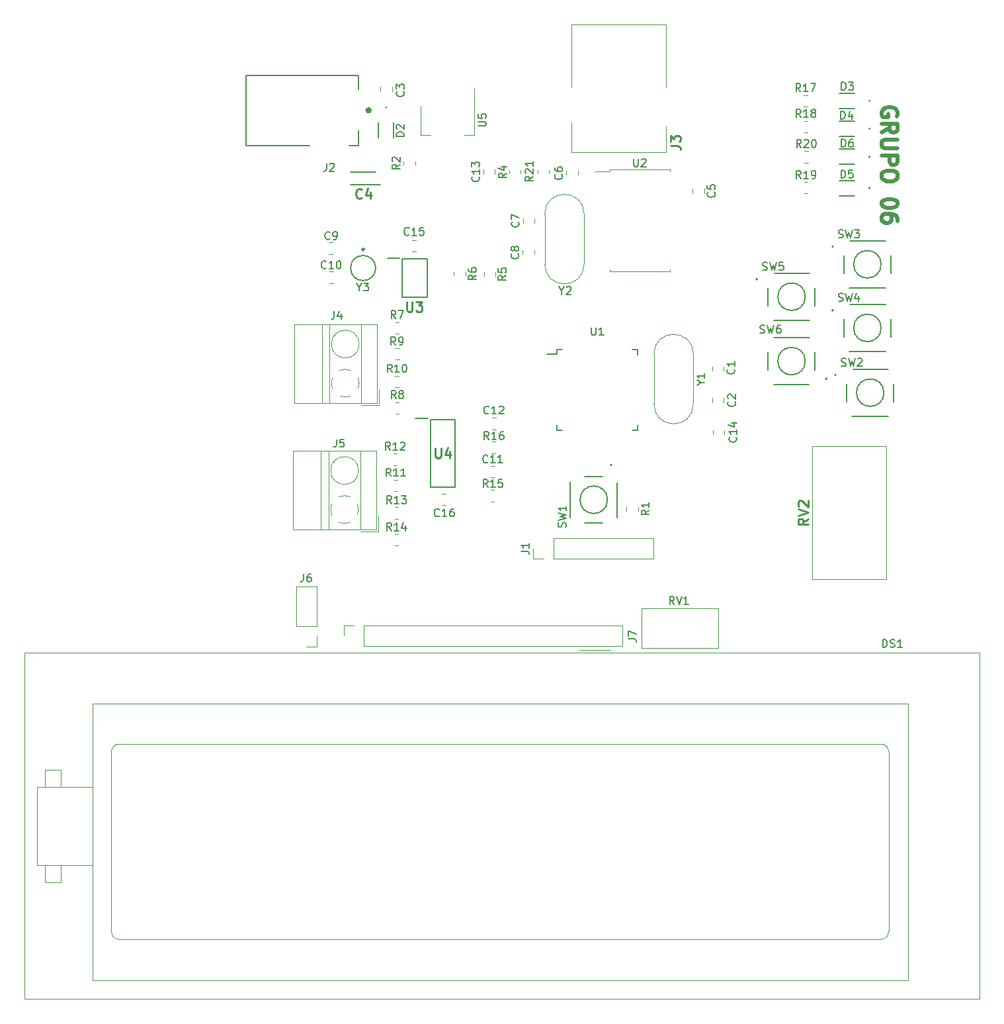
<source format=gbr>
%TF.GenerationSoftware,KiCad,Pcbnew,(5.1.10)-1*%
%TF.CreationDate,2021-07-26T21:59:56-03:00*%
%TF.ProjectId,PBLE01,50424c45-3031-42e6-9b69-6361645f7063,rev?*%
%TF.SameCoordinates,Original*%
%TF.FileFunction,Legend,Top*%
%TF.FilePolarity,Positive*%
%FSLAX46Y46*%
G04 Gerber Fmt 4.6, Leading zero omitted, Abs format (unit mm)*
G04 Created by KiCad (PCBNEW (5.1.10)-1) date 2021-07-26 21:59:56*
%MOMM*%
%LPD*%
G01*
G04 APERTURE LIST*
%ADD10C,0.500000*%
%ADD11C,0.120000*%
%ADD12C,0.127000*%
%ADD13C,0.254000*%
%ADD14C,0.100000*%
%ADD15C,0.200000*%
%ADD16C,0.400000*%
%ADD17C,0.152400*%
%ADD18C,0.150000*%
G04 APERTURE END LIST*
D10*
X183880000Y-53083604D02*
X183975238Y-52893128D01*
X183975238Y-52607414D01*
X183880000Y-52321700D01*
X183689523Y-52131223D01*
X183499047Y-52035985D01*
X183118095Y-51940747D01*
X182832380Y-51940747D01*
X182451428Y-52035985D01*
X182260952Y-52131223D01*
X182070476Y-52321700D01*
X181975238Y-52607414D01*
X181975238Y-52797890D01*
X182070476Y-53083604D01*
X182165714Y-53178842D01*
X182832380Y-53178842D01*
X182832380Y-52797890D01*
X181975238Y-55178842D02*
X182927619Y-54512176D01*
X181975238Y-54035985D02*
X183975238Y-54035985D01*
X183975238Y-54797890D01*
X183880000Y-54988366D01*
X183784761Y-55083604D01*
X183594285Y-55178842D01*
X183308571Y-55178842D01*
X183118095Y-55083604D01*
X183022857Y-54988366D01*
X182927619Y-54797890D01*
X182927619Y-54035985D01*
X183975238Y-56035985D02*
X182356190Y-56035985D01*
X182165714Y-56131223D01*
X182070476Y-56226461D01*
X181975238Y-56416938D01*
X181975238Y-56797890D01*
X182070476Y-56988366D01*
X182165714Y-57083604D01*
X182356190Y-57178842D01*
X183975238Y-57178842D01*
X181975238Y-58131223D02*
X183975238Y-58131223D01*
X183975238Y-58893128D01*
X183880000Y-59083604D01*
X183784761Y-59178842D01*
X183594285Y-59274080D01*
X183308571Y-59274080D01*
X183118095Y-59178842D01*
X183022857Y-59083604D01*
X182927619Y-58893128D01*
X182927619Y-58131223D01*
X183975238Y-60512176D02*
X183975238Y-60893128D01*
X183880000Y-61083604D01*
X183689523Y-61274080D01*
X183308571Y-61369319D01*
X182641904Y-61369319D01*
X182260952Y-61274080D01*
X182070476Y-61083604D01*
X181975238Y-60893128D01*
X181975238Y-60512176D01*
X182070476Y-60321700D01*
X182260952Y-60131223D01*
X182641904Y-60035985D01*
X183308571Y-60035985D01*
X183689523Y-60131223D01*
X183880000Y-60321700D01*
X183975238Y-60512176D01*
X183975238Y-64131223D02*
X183975238Y-64321700D01*
X183880000Y-64512176D01*
X183784761Y-64607414D01*
X183594285Y-64702652D01*
X183213333Y-64797890D01*
X182737142Y-64797890D01*
X182356190Y-64702652D01*
X182165714Y-64607414D01*
X182070476Y-64512176D01*
X181975238Y-64321700D01*
X181975238Y-64131223D01*
X182070476Y-63940747D01*
X182165714Y-63845509D01*
X182356190Y-63750271D01*
X182737142Y-63655033D01*
X183213333Y-63655033D01*
X183594285Y-63750271D01*
X183784761Y-63845509D01*
X183880000Y-63940747D01*
X183975238Y-64131223D01*
X183975238Y-66512176D02*
X183975238Y-66131223D01*
X183880000Y-65940747D01*
X183784761Y-65845509D01*
X183499047Y-65655033D01*
X183118095Y-65559795D01*
X182356190Y-65559795D01*
X182165714Y-65655033D01*
X182070476Y-65750271D01*
X181975238Y-65940747D01*
X181975238Y-66321700D01*
X182070476Y-66512176D01*
X182165714Y-66607414D01*
X182356190Y-66702652D01*
X182832380Y-66702652D01*
X183022857Y-66607414D01*
X183118095Y-66512176D01*
X183213333Y-66321700D01*
X183213333Y-65940747D01*
X183118095Y-65750271D01*
X183022857Y-65655033D01*
X182832380Y-65559795D01*
D11*
%TO.C,DS1*%
X194492440Y-166011100D02*
X72212440Y-166011100D01*
X194492440Y-121731100D02*
X194492440Y-166011100D01*
X72212440Y-121731100D02*
X72212440Y-166011100D01*
X72212440Y-121731100D02*
X194492440Y-121731100D01*
X143252440Y-121371100D02*
X147252440Y-121371100D01*
X76852440Y-148871100D02*
X76852440Y-151071100D01*
X76852440Y-151071100D02*
X74852440Y-151071100D01*
X74852440Y-151071100D02*
X74852440Y-148871100D01*
X76852440Y-138871100D02*
X76852440Y-136671100D01*
X76852440Y-136671100D02*
X74852440Y-136671100D01*
X74852440Y-136671100D02*
X74852440Y-138871100D01*
X80952440Y-148871100D02*
X73852440Y-148871100D01*
X73852440Y-148871100D02*
X73852440Y-138871100D01*
X73852440Y-138871100D02*
X80952440Y-138871100D01*
X181852440Y-158371100D02*
X84352440Y-158371100D01*
X182852440Y-134371100D02*
X182852440Y-157371100D01*
X84352440Y-133371100D02*
X181852440Y-133371100D01*
X83352440Y-157371100D02*
X83352440Y-134371100D01*
X185352440Y-163571100D02*
X80952440Y-163571100D01*
X80952440Y-163571100D02*
X80952440Y-128171100D01*
X80952440Y-128171100D02*
X185352440Y-128171100D01*
X185352440Y-128171100D02*
X185352440Y-163571100D01*
X181852440Y-158371100D02*
G75*
G03*
X182852440Y-157371100I0J1000000D01*
G01*
X182852440Y-134371100D02*
G75*
G03*
X181852440Y-133371100I-1000000J0D01*
G01*
X84352440Y-133371100D02*
G75*
G03*
X83352440Y-134371100I0J-1000000D01*
G01*
X83352440Y-157371100D02*
G75*
G03*
X84352440Y-158371100I1000000J0D01*
G01*
D12*
%TO.C,Y3*%
X117170000Y-72491600D02*
G75*
G03*
X117170000Y-72491600I-1600000J0D01*
G01*
D13*
X115711419Y-70091600D02*
G75*
G03*
X115711419Y-70091600I-141419J0D01*
G01*
D14*
%TO.C,J3*%
X154313300Y-49362600D02*
X154313300Y-41362600D01*
X154313300Y-41362600D02*
X142273300Y-41362600D01*
X142273300Y-41362600D02*
X142273300Y-49362600D01*
X154313300Y-54362600D02*
X154313300Y-57662600D01*
X154313300Y-57662600D02*
X142273300Y-57662600D01*
X142273300Y-57662600D02*
X142273300Y-53862600D01*
D15*
%TO.C,SW1*%
X147447500Y-97688400D02*
G75*
G03*
X147447500Y-97688400I-100000J0D01*
G01*
D12*
X146852500Y-102133400D02*
G75*
G03*
X146852500Y-102133400I-1755000J0D01*
G01*
X146247500Y-99138400D02*
X143947500Y-99138400D01*
X142102500Y-104433400D02*
X142102500Y-99833400D01*
X146247500Y-105133400D02*
X143947500Y-105133400D01*
X148092500Y-99933400D02*
X148092500Y-104433400D01*
D11*
%TO.C,RV1*%
X161018800Y-121109900D02*
X151248800Y-121109900D01*
X161018800Y-116039900D02*
X151248800Y-116039900D01*
X161018800Y-121109900D02*
X161018800Y-116039900D01*
X151248800Y-121109900D02*
X151248800Y-116039900D01*
%TO.C,C5*%
X159236080Y-62379048D02*
X159236080Y-62901552D01*
X157766080Y-62379048D02*
X157766080Y-62901552D01*
D12*
%TO.C,J2*%
X100574600Y-56824000D02*
X100574600Y-47824000D01*
X100574600Y-47824000D02*
X114974600Y-47824000D01*
X114974600Y-56824000D02*
X113824600Y-56824000D01*
X114974600Y-47824000D02*
X114974600Y-49674000D01*
X108724600Y-56824000D02*
X100574600Y-56824000D01*
X114974600Y-54874000D02*
X114974600Y-56824000D01*
D16*
X116474600Y-52324000D02*
G75*
G03*
X116474600Y-52324000I-200000J0D01*
G01*
D11*
%TO.C,Y2*%
X138823460Y-65594960D02*
X138823460Y-71994960D01*
X143873460Y-65594960D02*
X143873460Y-71994960D01*
X138823460Y-71994960D02*
G75*
G03*
X143873460Y-71994960I2525000J0D01*
G01*
X138823460Y-65594960D02*
G75*
G02*
X143873460Y-65594960I2525000J0D01*
G01*
D15*
%TO.C,SW2*%
X176139780Y-86187720D02*
G75*
G03*
X176139780Y-86187720I-100000J0D01*
G01*
D12*
X182239780Y-88437720D02*
G75*
G03*
X182239780Y-88437720I-1755000J0D01*
G01*
X177489780Y-87287720D02*
X177489780Y-89587720D01*
X182784780Y-91432720D02*
X178184780Y-91432720D01*
X183484780Y-87287720D02*
X183484780Y-89587720D01*
X178284780Y-85442720D02*
X182784780Y-85442720D01*
D11*
%TO.C,Y1*%
X157846000Y-83491800D02*
X157846000Y-89891800D01*
X152796000Y-83491800D02*
X152796000Y-89891800D01*
X152796000Y-83491800D02*
G75*
G02*
X157846000Y-83491800I2525000J0D01*
G01*
X152796000Y-89891800D02*
G75*
G03*
X157846000Y-89891800I2525000J0D01*
G01*
%TO.C,C1*%
X161715120Y-85648432D02*
X161715120Y-85125928D01*
X160245120Y-85648432D02*
X160245120Y-85125928D01*
%TO.C,C2*%
X161745600Y-89123888D02*
X161745600Y-89646392D01*
X160275600Y-89123888D02*
X160275600Y-89646392D01*
%TO.C,C3*%
X117806800Y-49861012D02*
X117806800Y-49338508D01*
X119276800Y-49861012D02*
X119276800Y-49338508D01*
D15*
%TO.C,C4*%
X113976340Y-61859060D02*
X117801340Y-61859060D01*
X117176340Y-60259060D02*
X113976340Y-60259060D01*
D11*
%TO.C,C6*%
X141578660Y-60063748D02*
X141578660Y-60586252D01*
X143048660Y-60063748D02*
X143048660Y-60586252D01*
%TO.C,C7*%
X137501300Y-66702572D02*
X137501300Y-66180068D01*
X136031300Y-66702572D02*
X136031300Y-66180068D01*
%TO.C,C8*%
X136000820Y-70761492D02*
X136000820Y-70238988D01*
X137470820Y-70761492D02*
X137470820Y-70238988D01*
%TO.C,C9*%
X111178708Y-69224220D02*
X111701212Y-69224220D01*
X111178708Y-70694220D02*
X111701212Y-70694220D01*
%TO.C,C10*%
X111736772Y-74417860D02*
X111214268Y-74417860D01*
X111736772Y-72947860D02*
X111214268Y-72947860D01*
%TO.C,C11*%
X131882248Y-99287000D02*
X132404752Y-99287000D01*
X131882248Y-97817000D02*
X132404752Y-97817000D01*
%TO.C,C12*%
X132047348Y-91657500D02*
X132569852Y-91657500D01*
X132047348Y-93127500D02*
X132569852Y-93127500D01*
%TO.C,C13*%
X132423840Y-60438932D02*
X132423840Y-59916428D01*
X130953840Y-60438932D02*
X130953840Y-59916428D01*
D17*
%TO.C,D2*%
X117543580Y-53840775D02*
X117543580Y-55841505D01*
X119499380Y-55841505D02*
X119499380Y-53840775D01*
X118597680Y-51951140D02*
G75*
G03*
X118597680Y-51951140I-76200J0D01*
G01*
%TO.C,D3*%
X178513345Y-50129440D02*
X176512615Y-50129440D01*
X176512615Y-52085240D02*
X178513345Y-52085240D01*
X180479180Y-51107340D02*
G75*
G03*
X180479180Y-51107340I-76200J0D01*
G01*
%TO.C,D4*%
X180486800Y-54648100D02*
G75*
G03*
X180486800Y-54648100I-76200J0D01*
G01*
X176520235Y-55626000D02*
X178520965Y-55626000D01*
X178520965Y-53670200D02*
X176520235Y-53670200D01*
%TO.C,D5*%
X178513345Y-61295280D02*
X176512615Y-61295280D01*
X176512615Y-63251080D02*
X178513345Y-63251080D01*
X180479180Y-62273180D02*
G75*
G03*
X180479180Y-62273180I-76200J0D01*
G01*
%TO.C,D6*%
X180466480Y-58257440D02*
G75*
G03*
X180466480Y-58257440I-76200J0D01*
G01*
X176499915Y-59235340D02*
X178500645Y-59235340D01*
X178500645Y-57279540D02*
X176499915Y-57279540D01*
D11*
%TO.C,J1*%
X152726700Y-109699100D02*
X152726700Y-107039100D01*
X139966700Y-109699100D02*
X152726700Y-109699100D01*
X139966700Y-107039100D02*
X152726700Y-107039100D01*
X139966700Y-109699100D02*
X139966700Y-107039100D01*
X138696700Y-109699100D02*
X137366700Y-109699100D01*
X137366700Y-109699100D02*
X137366700Y-108369100D01*
%TO.C,J6*%
X109648300Y-113185900D02*
X106988300Y-113185900D01*
X109648300Y-118325900D02*
X109648300Y-113185900D01*
X106988300Y-118325900D02*
X106988300Y-113185900D01*
X109648300Y-118325900D02*
X106988300Y-118325900D01*
X109648300Y-119595900D02*
X109648300Y-120925900D01*
X109648300Y-120925900D02*
X108318300Y-120925900D01*
%TO.C,J7*%
X115676680Y-120844620D02*
X115676680Y-118184620D01*
X115676680Y-120844620D02*
X148756680Y-120844620D01*
X148756680Y-120844620D02*
X148756680Y-118184620D01*
X115676680Y-118184620D02*
X148756680Y-118184620D01*
X113076680Y-118184620D02*
X114406680Y-118184620D01*
X113076680Y-119514620D02*
X113076680Y-118184620D01*
%TO.C,R1*%
X150760100Y-103554264D02*
X150760100Y-103100136D01*
X149290100Y-103554264D02*
X149290100Y-103100136D01*
%TO.C,R2*%
X120755740Y-59312544D02*
X120755740Y-58858416D01*
X122225740Y-59312544D02*
X122225740Y-58858416D01*
%TO.C,R4*%
X134255460Y-59969296D02*
X134255460Y-60423424D01*
X135725460Y-59969296D02*
X135725460Y-60423424D01*
%TO.C,R5*%
X131030040Y-73046856D02*
X131030040Y-73500984D01*
X132500040Y-73046856D02*
X132500040Y-73500984D01*
%TO.C,R6*%
X128669720Y-73013076D02*
X128669720Y-73467204D01*
X127199720Y-73013076D02*
X127199720Y-73467204D01*
%TO.C,R7*%
X119683796Y-80877080D02*
X120137924Y-80877080D01*
X119683796Y-79407080D02*
X120137924Y-79407080D01*
%TO.C,R8*%
X119721896Y-89653440D02*
X120176024Y-89653440D01*
X119721896Y-91123440D02*
X120176024Y-91123440D01*
%TO.C,R9*%
X119737136Y-82711620D02*
X120191264Y-82711620D01*
X119737136Y-84181620D02*
X120191264Y-84181620D01*
%TO.C,R10*%
X119676176Y-87763020D02*
X120130304Y-87763020D01*
X119676176Y-86293020D02*
X120130304Y-86293020D01*
%TO.C,R11*%
X119523776Y-101047220D02*
X119977904Y-101047220D01*
X119523776Y-99577220D02*
X119977904Y-99577220D01*
%TO.C,R12*%
X119455196Y-96232040D02*
X119909324Y-96232040D01*
X119455196Y-97702040D02*
X119909324Y-97702040D01*
%TO.C,R13*%
X119620296Y-103095120D02*
X120074424Y-103095120D01*
X119620296Y-104565120D02*
X120074424Y-104565120D01*
%TO.C,R14*%
X119607596Y-108009360D02*
X120061724Y-108009360D01*
X119607596Y-106539360D02*
X120061724Y-106539360D01*
%TO.C,R15*%
X132370564Y-102373100D02*
X131916436Y-102373100D01*
X132370564Y-100903100D02*
X131916436Y-100903100D01*
%TO.C,R16*%
X132484864Y-94705500D02*
X132030736Y-94705500D01*
X132484864Y-96175500D02*
X132030736Y-96175500D01*
%TO.C,R17*%
X171987476Y-50377420D02*
X172441604Y-50377420D01*
X171987476Y-51847420D02*
X172441604Y-51847420D01*
%TO.C,R18*%
X172012876Y-53679420D02*
X172467004Y-53679420D01*
X172012876Y-55149420D02*
X172467004Y-55149420D01*
%TO.C,R19*%
X172033196Y-61505160D02*
X172487324Y-61505160D01*
X172033196Y-62975160D02*
X172487324Y-62975160D01*
%TO.C,R20*%
X172061136Y-58997520D02*
X172515264Y-58997520D01*
X172061136Y-57527520D02*
X172515264Y-57527520D01*
%TO.C,R21*%
X139368200Y-59970936D02*
X139368200Y-60425064D01*
X137898200Y-59970936D02*
X137898200Y-60425064D01*
D14*
%TO.C,RV2*%
X182547200Y-95270440D02*
X182547200Y-112270440D01*
X182547200Y-112270440D02*
X173047200Y-112270440D01*
X173047200Y-112270440D02*
X173047200Y-95270440D01*
X173047200Y-95270440D02*
X182547200Y-95270440D01*
D12*
%TO.C,SW3*%
X177924100Y-69021620D02*
X182424100Y-69021620D01*
X183124100Y-70866620D02*
X183124100Y-73166620D01*
X182424100Y-75011620D02*
X177824100Y-75011620D01*
X177129100Y-70866620D02*
X177129100Y-73166620D01*
X181879100Y-72016620D02*
G75*
G03*
X181879100Y-72016620I-1755000J0D01*
G01*
D15*
X175779100Y-69766620D02*
G75*
G03*
X175779100Y-69766620I-100000J0D01*
G01*
D12*
%TO.C,SW4*%
X177924100Y-77152160D02*
X182424100Y-77152160D01*
X183124100Y-78997160D02*
X183124100Y-81297160D01*
X182424100Y-83142160D02*
X177824100Y-83142160D01*
X177129100Y-78997160D02*
X177129100Y-81297160D01*
X181879100Y-80147160D02*
G75*
G03*
X181879100Y-80147160I-1755000J0D01*
G01*
D15*
X175779100Y-77897160D02*
G75*
G03*
X175779100Y-77897160I-100000J0D01*
G01*
D12*
%TO.C,SW5*%
X168216220Y-73166900D02*
X172716220Y-73166900D01*
X173416220Y-75011900D02*
X173416220Y-77311900D01*
X172716220Y-79156900D02*
X168116220Y-79156900D01*
X167421220Y-75011900D02*
X167421220Y-77311900D01*
X172171220Y-76161900D02*
G75*
G03*
X172171220Y-76161900I-1755000J0D01*
G01*
D15*
X166071220Y-73911900D02*
G75*
G03*
X166071220Y-73911900I-100000J0D01*
G01*
%TO.C,SW6*%
X174961220Y-86646580D02*
G75*
G03*
X174961220Y-86646580I-100000J0D01*
G01*
D12*
X172171220Y-84396580D02*
G75*
G03*
X172171220Y-84396580I-1755000J0D01*
G01*
X173411220Y-85546580D02*
X173411220Y-83246580D01*
X168116220Y-81401580D02*
X172716220Y-81401580D01*
X167416220Y-85546580D02*
X167416220Y-83246580D01*
X172616220Y-87391580D02*
X168116220Y-87391580D01*
D18*
%TO.C,U1*%
X140392400Y-82912200D02*
X140392400Y-83487200D01*
X150742400Y-82912200D02*
X150742400Y-83587200D01*
X150742400Y-93262200D02*
X150742400Y-92587200D01*
X140392400Y-93262200D02*
X140392400Y-92587200D01*
X140392400Y-82912200D02*
X141067400Y-82912200D01*
X140392400Y-93262200D02*
X141067400Y-93262200D01*
X150742400Y-93262200D02*
X150067400Y-93262200D01*
X150742400Y-82912200D02*
X150067400Y-82912200D01*
X140392400Y-83487200D02*
X139117400Y-83487200D01*
D11*
%TO.C,U2*%
X150980140Y-72920840D02*
X154840140Y-72920840D01*
X154840140Y-72920840D02*
X154840140Y-72685840D01*
X150980140Y-72920840D02*
X147120140Y-72920840D01*
X147120140Y-72920840D02*
X147120140Y-72685840D01*
X150980140Y-59900840D02*
X154840140Y-59900840D01*
X154840140Y-59900840D02*
X154840140Y-60135840D01*
X150980140Y-59900840D02*
X147120140Y-59900840D01*
X147120140Y-59900840D02*
X147120140Y-60135840D01*
X147120140Y-60135840D02*
X145305140Y-60135840D01*
D15*
%TO.C,U4*%
X124180800Y-91890200D02*
X127380800Y-91890200D01*
X127380800Y-91890200D02*
X127380800Y-100540200D01*
X127380800Y-100540200D02*
X124180800Y-100540200D01*
X124180800Y-100540200D02*
X124180800Y-91890200D01*
X122280800Y-91730200D02*
X123830800Y-91730200D01*
D11*
%TO.C,U5*%
X122962620Y-55483680D02*
X124222620Y-55483680D01*
X129782620Y-55483680D02*
X128522620Y-55483680D01*
X122962620Y-51723680D02*
X122962620Y-55483680D01*
X129782620Y-49473680D02*
X129782620Y-55483680D01*
D15*
%TO.C,U3*%
X120548600Y-71337000D02*
X123748600Y-71337000D01*
X123748600Y-71337000D02*
X123748600Y-76237000D01*
X123748600Y-76237000D02*
X120548600Y-76237000D01*
X120548600Y-76237000D02*
X120548600Y-71337000D01*
X118698600Y-71207000D02*
X120198600Y-71207000D01*
D11*
%TO.C,C14*%
X161798940Y-93728172D02*
X161798940Y-93205668D01*
X160328940Y-93728172D02*
X160328940Y-93205668D01*
%TO.C,C15*%
X122366672Y-68919420D02*
X121844168Y-68919420D01*
X122366672Y-70389420D02*
X121844168Y-70389420D01*
%TO.C,C16*%
X125671948Y-101365380D02*
X126194452Y-101365380D01*
X125671948Y-102835380D02*
X126194452Y-102835380D01*
%TO.C,J4*%
X117591620Y-90018520D02*
X117591620Y-88018520D01*
X115351620Y-90018520D02*
X117591620Y-90018520D01*
X114374620Y-83518520D02*
X114424620Y-83568520D01*
X111941620Y-81085520D02*
X111965620Y-81110520D01*
X114616620Y-83326520D02*
X114641620Y-83350520D01*
X112158620Y-80868520D02*
X112208620Y-80917520D01*
X106731620Y-79658520D02*
X117351620Y-79658520D01*
X106731620Y-89778520D02*
X117351620Y-89778520D01*
X117351620Y-89778520D02*
X117351620Y-79658520D01*
X106731620Y-89778520D02*
X106731620Y-79658520D01*
X110291620Y-89778520D02*
X110291620Y-79658520D01*
X111291620Y-89778520D02*
X111291620Y-79658520D01*
X115291620Y-89778520D02*
X115291620Y-79658520D01*
X115071620Y-82218520D02*
G75*
G03*
X115071620Y-82218520I-1780000J0D01*
G01*
X114930119Y-86523019D02*
G75*
G02*
X115071620Y-87218520I-1638499J-695501D01*
G01*
X112596104Y-85579315D02*
G75*
G02*
X113987620Y-85579520I695516J-1639205D01*
G01*
X111652415Y-87914036D02*
G75*
G02*
X111652620Y-86522520I1639205J695516D01*
G01*
X113987136Y-88857725D02*
G75*
G02*
X112595620Y-88857520I-695516J1639205D01*
G01*
X115072009Y-87187706D02*
G75*
G02*
X114930620Y-87914520I-1780389J-30814D01*
G01*
%TO.C,J5*%
X114975489Y-103362426D02*
G75*
G02*
X114834100Y-104089240I-1780389J-30814D01*
G01*
X113890616Y-105032445D02*
G75*
G02*
X112499100Y-105032240I-695516J1639205D01*
G01*
X111555895Y-104088756D02*
G75*
G02*
X111556100Y-102697240I1639205J695516D01*
G01*
X112499584Y-101754035D02*
G75*
G02*
X113891100Y-101754240I695516J-1639205D01*
G01*
X114833599Y-102697739D02*
G75*
G02*
X114975100Y-103393240I-1638499J-695501D01*
G01*
X114975100Y-98393240D02*
G75*
G03*
X114975100Y-98393240I-1780000J0D01*
G01*
X115195100Y-105953240D02*
X115195100Y-95833240D01*
X111195100Y-105953240D02*
X111195100Y-95833240D01*
X110195100Y-105953240D02*
X110195100Y-95833240D01*
X106635100Y-105953240D02*
X106635100Y-95833240D01*
X117255100Y-105953240D02*
X117255100Y-95833240D01*
X106635100Y-105953240D02*
X117255100Y-105953240D01*
X106635100Y-95833240D02*
X117255100Y-95833240D01*
X112062100Y-97043240D02*
X112112100Y-97092240D01*
X114520100Y-99501240D02*
X114545100Y-99525240D01*
X111845100Y-97260240D02*
X111869100Y-97285240D01*
X114278100Y-99693240D02*
X114328100Y-99743240D01*
X115255100Y-106193240D02*
X117495100Y-106193240D01*
X117495100Y-106193240D02*
X117495100Y-104193240D01*
%TO.C,DS1*%
D18*
X182097514Y-121013480D02*
X182097514Y-120013480D01*
X182335609Y-120013480D01*
X182478466Y-120061100D01*
X182573704Y-120156338D01*
X182621323Y-120251576D01*
X182668942Y-120442052D01*
X182668942Y-120584909D01*
X182621323Y-120775385D01*
X182573704Y-120870623D01*
X182478466Y-120965861D01*
X182335609Y-121013480D01*
X182097514Y-121013480D01*
X183049895Y-120965861D02*
X183192752Y-121013480D01*
X183430847Y-121013480D01*
X183526085Y-120965861D01*
X183573704Y-120918242D01*
X183621323Y-120823004D01*
X183621323Y-120727766D01*
X183573704Y-120632528D01*
X183526085Y-120584909D01*
X183430847Y-120537290D01*
X183240371Y-120489671D01*
X183145133Y-120442052D01*
X183097514Y-120394433D01*
X183049895Y-120299195D01*
X183049895Y-120203957D01*
X183097514Y-120108719D01*
X183145133Y-120061100D01*
X183240371Y-120013480D01*
X183478466Y-120013480D01*
X183621323Y-120061100D01*
X184573704Y-121013480D02*
X184002276Y-121013480D01*
X184287990Y-121013480D02*
X184287990Y-120013480D01*
X184192752Y-120156338D01*
X184097514Y-120251576D01*
X184002276Y-120299195D01*
%TO.C,Y3*%
X115068409Y-74931590D02*
X115068409Y-75407780D01*
X114735076Y-74407780D02*
X115068409Y-74931590D01*
X115401742Y-74407780D01*
X115639838Y-74407780D02*
X116258885Y-74407780D01*
X115925552Y-74788733D01*
X116068409Y-74788733D01*
X116163647Y-74836352D01*
X116211266Y-74883971D01*
X116258885Y-74979209D01*
X116258885Y-75217304D01*
X116211266Y-75312542D01*
X116163647Y-75360161D01*
X116068409Y-75407780D01*
X115782695Y-75407780D01*
X115687457Y-75360161D01*
X115639838Y-75312542D01*
%TO.C,J3*%
D13*
X154904923Y-56824033D02*
X155812066Y-56824033D01*
X155993495Y-56884509D01*
X156114447Y-57005461D01*
X156174923Y-57186890D01*
X156174923Y-57307842D01*
X154904923Y-56340223D02*
X154904923Y-55554033D01*
X155388733Y-55977366D01*
X155388733Y-55795938D01*
X155449209Y-55674985D01*
X155509685Y-55614509D01*
X155630638Y-55554033D01*
X155933019Y-55554033D01*
X156053971Y-55614509D01*
X156114447Y-55674985D01*
X156174923Y-55795938D01*
X156174923Y-56158795D01*
X156114447Y-56279747D01*
X156053971Y-56340223D01*
%TO.C,SW1*%
D18*
X141491601Y-105625733D02*
X141539220Y-105482876D01*
X141539220Y-105244780D01*
X141491601Y-105149542D01*
X141443982Y-105101923D01*
X141348744Y-105054304D01*
X141253506Y-105054304D01*
X141158268Y-105101923D01*
X141110649Y-105149542D01*
X141063030Y-105244780D01*
X141015411Y-105435257D01*
X140967792Y-105530495D01*
X140920173Y-105578114D01*
X140824935Y-105625733D01*
X140729697Y-105625733D01*
X140634459Y-105578114D01*
X140586840Y-105530495D01*
X140539220Y-105435257D01*
X140539220Y-105197161D01*
X140586840Y-105054304D01*
X140539220Y-104720971D02*
X141539220Y-104482876D01*
X140824935Y-104292400D01*
X141539220Y-104101923D01*
X140539220Y-103863828D01*
X141539220Y-102959066D02*
X141539220Y-103530495D01*
X141539220Y-103244780D02*
X140539220Y-103244780D01*
X140682078Y-103340019D01*
X140777316Y-103435257D01*
X140824935Y-103530495D01*
%TO.C,RV1*%
X155398861Y-115491520D02*
X155065528Y-115015330D01*
X154827433Y-115491520D02*
X154827433Y-114491520D01*
X155208385Y-114491520D01*
X155303623Y-114539140D01*
X155351242Y-114586759D01*
X155398861Y-114681997D01*
X155398861Y-114824854D01*
X155351242Y-114920092D01*
X155303623Y-114967711D01*
X155208385Y-115015330D01*
X154827433Y-115015330D01*
X155684576Y-114491520D02*
X156017909Y-115491520D01*
X156351242Y-114491520D01*
X157208385Y-115491520D02*
X156636957Y-115491520D01*
X156922671Y-115491520D02*
X156922671Y-114491520D01*
X156827433Y-114634378D01*
X156732195Y-114729616D01*
X156636957Y-114777235D01*
%TO.C,C5*%
X160538222Y-62806966D02*
X160585841Y-62854585D01*
X160633460Y-62997442D01*
X160633460Y-63092680D01*
X160585841Y-63235538D01*
X160490603Y-63330776D01*
X160395365Y-63378395D01*
X160204889Y-63426014D01*
X160062032Y-63426014D01*
X159871556Y-63378395D01*
X159776318Y-63330776D01*
X159681080Y-63235538D01*
X159633460Y-63092680D01*
X159633460Y-62997442D01*
X159681080Y-62854585D01*
X159728699Y-62806966D01*
X159633460Y-61902204D02*
X159633460Y-62378395D01*
X160109651Y-62426014D01*
X160062032Y-62378395D01*
X160014413Y-62283157D01*
X160014413Y-62045061D01*
X160062032Y-61949823D01*
X160109651Y-61902204D01*
X160204889Y-61854585D01*
X160442984Y-61854585D01*
X160538222Y-61902204D01*
X160585841Y-61949823D01*
X160633460Y-62045061D01*
X160633460Y-62283157D01*
X160585841Y-62378395D01*
X160538222Y-62426014D01*
%TO.C,J2*%
X110880291Y-59103828D02*
X110880291Y-59818704D01*
X110832632Y-59961679D01*
X110737315Y-60056996D01*
X110594340Y-60104655D01*
X110499023Y-60104655D01*
X111309216Y-59199144D02*
X111356875Y-59151486D01*
X111452192Y-59103828D01*
X111690484Y-59103828D01*
X111785801Y-59151486D01*
X111833459Y-59199144D01*
X111881118Y-59294461D01*
X111881118Y-59389778D01*
X111833459Y-59532753D01*
X111261558Y-60104655D01*
X111881118Y-60104655D01*
%TO.C,Y2*%
X141001809Y-75376090D02*
X141001809Y-75852280D01*
X140668476Y-74852280D02*
X141001809Y-75376090D01*
X141335142Y-74852280D01*
X141620857Y-74947519D02*
X141668476Y-74899900D01*
X141763714Y-74852280D01*
X142001809Y-74852280D01*
X142097047Y-74899900D01*
X142144666Y-74947519D01*
X142192285Y-75042757D01*
X142192285Y-75137995D01*
X142144666Y-75280852D01*
X141573238Y-75852280D01*
X142192285Y-75852280D01*
%TO.C,SW2*%
X176788746Y-84998083D02*
X176931603Y-85045702D01*
X177169699Y-85045702D01*
X177264937Y-84998083D01*
X177312556Y-84950464D01*
X177360175Y-84855226D01*
X177360175Y-84759988D01*
X177312556Y-84664750D01*
X177264937Y-84617131D01*
X177169699Y-84569512D01*
X176979222Y-84521893D01*
X176883984Y-84474274D01*
X176836365Y-84426655D01*
X176788746Y-84331417D01*
X176788746Y-84236179D01*
X176836365Y-84140941D01*
X176883984Y-84093322D01*
X176979222Y-84045702D01*
X177217318Y-84045702D01*
X177360175Y-84093322D01*
X177693508Y-84045702D02*
X177931603Y-85045702D01*
X178122080Y-84331417D01*
X178312556Y-85045702D01*
X178550651Y-84045702D01*
X178883984Y-84140941D02*
X178931603Y-84093322D01*
X179026841Y-84045702D01*
X179264937Y-84045702D01*
X179360175Y-84093322D01*
X179407794Y-84140941D01*
X179455413Y-84236179D01*
X179455413Y-84331417D01*
X179407794Y-84474274D01*
X178836365Y-85045702D01*
X179455413Y-85045702D01*
%TO.C,Y1*%
X158822190Y-87167990D02*
X159298380Y-87167990D01*
X158298380Y-87501323D02*
X158822190Y-87167990D01*
X158298380Y-86834657D01*
X159298380Y-85977514D02*
X159298380Y-86548942D01*
X159298380Y-86263228D02*
X158298380Y-86263228D01*
X158441238Y-86358466D01*
X158536476Y-86453704D01*
X158584095Y-86548942D01*
%TO.C,C1*%
X163041602Y-85424306D02*
X163089221Y-85471925D01*
X163136840Y-85614782D01*
X163136840Y-85710020D01*
X163089221Y-85852878D01*
X162993983Y-85948116D01*
X162898745Y-85995735D01*
X162708269Y-86043354D01*
X162565412Y-86043354D01*
X162374936Y-85995735D01*
X162279698Y-85948116D01*
X162184460Y-85852878D01*
X162136840Y-85710020D01*
X162136840Y-85614782D01*
X162184460Y-85471925D01*
X162232079Y-85424306D01*
X163136840Y-84471925D02*
X163136840Y-85043354D01*
X163136840Y-84757640D02*
X162136840Y-84757640D01*
X162279698Y-84852878D01*
X162374936Y-84948116D01*
X162422555Y-85043354D01*
%TO.C,C2*%
X163153362Y-89577206D02*
X163200981Y-89624825D01*
X163248600Y-89767682D01*
X163248600Y-89862920D01*
X163200981Y-90005778D01*
X163105743Y-90101016D01*
X163010505Y-90148635D01*
X162820029Y-90196254D01*
X162677172Y-90196254D01*
X162486696Y-90148635D01*
X162391458Y-90101016D01*
X162296220Y-90005778D01*
X162248600Y-89862920D01*
X162248600Y-89767682D01*
X162296220Y-89624825D01*
X162343839Y-89577206D01*
X162343839Y-89196254D02*
X162296220Y-89148635D01*
X162248600Y-89053397D01*
X162248600Y-88815301D01*
X162296220Y-88720063D01*
X162343839Y-88672444D01*
X162439077Y-88624825D01*
X162534315Y-88624825D01*
X162677172Y-88672444D01*
X163248600Y-89243873D01*
X163248600Y-88624825D01*
%TO.C,C3*%
X120740442Y-49925266D02*
X120788061Y-49972885D01*
X120835680Y-50115742D01*
X120835680Y-50210980D01*
X120788061Y-50353838D01*
X120692823Y-50449076D01*
X120597585Y-50496695D01*
X120407109Y-50544314D01*
X120264252Y-50544314D01*
X120073776Y-50496695D01*
X119978538Y-50449076D01*
X119883300Y-50353838D01*
X119835680Y-50210980D01*
X119835680Y-50115742D01*
X119883300Y-49972885D01*
X119930919Y-49925266D01*
X119835680Y-49591933D02*
X119835680Y-48972885D01*
X120216633Y-49306219D01*
X120216633Y-49163361D01*
X120264252Y-49068123D01*
X120311871Y-49020504D01*
X120407109Y-48972885D01*
X120645204Y-48972885D01*
X120740442Y-49020504D01*
X120788061Y-49068123D01*
X120835680Y-49163361D01*
X120835680Y-49449076D01*
X120788061Y-49544314D01*
X120740442Y-49591933D01*
%TO.C,C4*%
D13*
X115415473Y-63493831D02*
X115354997Y-63554307D01*
X115173568Y-63614783D01*
X115052616Y-63614783D01*
X114871187Y-63554307D01*
X114750235Y-63433355D01*
X114689759Y-63312402D01*
X114629282Y-63070498D01*
X114629282Y-62889069D01*
X114689759Y-62647164D01*
X114750235Y-62526212D01*
X114871187Y-62405260D01*
X115052616Y-62344783D01*
X115173568Y-62344783D01*
X115354997Y-62405260D01*
X115415473Y-62465736D01*
X116504044Y-62768117D02*
X116504044Y-63614783D01*
X116201663Y-62284307D02*
X115899282Y-63191450D01*
X116685473Y-63191450D01*
%TO.C,C6*%
D18*
X140994402Y-60517066D02*
X141042021Y-60564685D01*
X141089640Y-60707542D01*
X141089640Y-60802780D01*
X141042021Y-60945638D01*
X140946783Y-61040876D01*
X140851545Y-61088495D01*
X140661069Y-61136114D01*
X140518212Y-61136114D01*
X140327736Y-61088495D01*
X140232498Y-61040876D01*
X140137260Y-60945638D01*
X140089640Y-60802780D01*
X140089640Y-60707542D01*
X140137260Y-60564685D01*
X140184879Y-60517066D01*
X140089640Y-59659923D02*
X140089640Y-59850400D01*
X140137260Y-59945638D01*
X140184879Y-59993257D01*
X140327736Y-60088495D01*
X140518212Y-60136114D01*
X140899164Y-60136114D01*
X140994402Y-60088495D01*
X141042021Y-60040876D01*
X141089640Y-59945638D01*
X141089640Y-59755161D01*
X141042021Y-59659923D01*
X140994402Y-59612304D01*
X140899164Y-59564685D01*
X140661069Y-59564685D01*
X140565831Y-59612304D01*
X140518212Y-59659923D01*
X140470593Y-59755161D01*
X140470593Y-59945638D01*
X140518212Y-60040876D01*
X140565831Y-60088495D01*
X140661069Y-60136114D01*
%TO.C,C7*%
X135443442Y-66607986D02*
X135491061Y-66655605D01*
X135538680Y-66798462D01*
X135538680Y-66893700D01*
X135491061Y-67036558D01*
X135395823Y-67131796D01*
X135300585Y-67179415D01*
X135110109Y-67227034D01*
X134967252Y-67227034D01*
X134776776Y-67179415D01*
X134681538Y-67131796D01*
X134586300Y-67036558D01*
X134538680Y-66893700D01*
X134538680Y-66798462D01*
X134586300Y-66655605D01*
X134633919Y-66607986D01*
X134538680Y-66274653D02*
X134538680Y-65607986D01*
X135538680Y-66036558D01*
%TO.C,C8*%
X135412962Y-70666906D02*
X135460581Y-70714525D01*
X135508200Y-70857382D01*
X135508200Y-70952620D01*
X135460581Y-71095478D01*
X135365343Y-71190716D01*
X135270105Y-71238335D01*
X135079629Y-71285954D01*
X134936772Y-71285954D01*
X134746296Y-71238335D01*
X134651058Y-71190716D01*
X134555820Y-71095478D01*
X134508200Y-70952620D01*
X134508200Y-70857382D01*
X134555820Y-70714525D01*
X134603439Y-70666906D01*
X134936772Y-70095478D02*
X134889153Y-70190716D01*
X134841534Y-70238335D01*
X134746296Y-70285954D01*
X134698677Y-70285954D01*
X134603439Y-70238335D01*
X134555820Y-70190716D01*
X134508200Y-70095478D01*
X134508200Y-69905001D01*
X134555820Y-69809763D01*
X134603439Y-69762144D01*
X134698677Y-69714525D01*
X134746296Y-69714525D01*
X134841534Y-69762144D01*
X134889153Y-69809763D01*
X134936772Y-69905001D01*
X134936772Y-70095478D01*
X134984391Y-70190716D01*
X135032010Y-70238335D01*
X135127248Y-70285954D01*
X135317724Y-70285954D01*
X135412962Y-70238335D01*
X135460581Y-70190716D01*
X135508200Y-70095478D01*
X135508200Y-69905001D01*
X135460581Y-69809763D01*
X135412962Y-69762144D01*
X135317724Y-69714525D01*
X135127248Y-69714525D01*
X135032010Y-69762144D01*
X134984391Y-69809763D01*
X134936772Y-69905001D01*
%TO.C,C9*%
X111308853Y-68751722D02*
X111261234Y-68799341D01*
X111118377Y-68846960D01*
X111023139Y-68846960D01*
X110880281Y-68799341D01*
X110785043Y-68704103D01*
X110737424Y-68608865D01*
X110689805Y-68418389D01*
X110689805Y-68275532D01*
X110737424Y-68085056D01*
X110785043Y-67989818D01*
X110880281Y-67894580D01*
X111023139Y-67846960D01*
X111118377Y-67846960D01*
X111261234Y-67894580D01*
X111308853Y-67942199D01*
X111785043Y-68846960D02*
X111975520Y-68846960D01*
X112070758Y-68799341D01*
X112118377Y-68751722D01*
X112213615Y-68608865D01*
X112261234Y-68418389D01*
X112261234Y-68037437D01*
X112213615Y-67942199D01*
X112165996Y-67894580D01*
X112070758Y-67846960D01*
X111880281Y-67846960D01*
X111785043Y-67894580D01*
X111737424Y-67942199D01*
X111689805Y-68037437D01*
X111689805Y-68275532D01*
X111737424Y-68370770D01*
X111785043Y-68418389D01*
X111880281Y-68466008D01*
X112070758Y-68466008D01*
X112165996Y-68418389D01*
X112213615Y-68370770D01*
X112261234Y-68275532D01*
%TO.C,C10*%
X110832662Y-72475362D02*
X110785043Y-72522981D01*
X110642186Y-72570600D01*
X110546948Y-72570600D01*
X110404091Y-72522981D01*
X110308853Y-72427743D01*
X110261234Y-72332505D01*
X110213615Y-72142029D01*
X110213615Y-71999172D01*
X110261234Y-71808696D01*
X110308853Y-71713458D01*
X110404091Y-71618220D01*
X110546948Y-71570600D01*
X110642186Y-71570600D01*
X110785043Y-71618220D01*
X110832662Y-71665839D01*
X111785043Y-72570600D02*
X111213615Y-72570600D01*
X111499329Y-72570600D02*
X111499329Y-71570600D01*
X111404091Y-71713458D01*
X111308853Y-71808696D01*
X111213615Y-71856315D01*
X112404091Y-71570600D02*
X112499329Y-71570600D01*
X112594567Y-71618220D01*
X112642186Y-71665839D01*
X112689805Y-71761077D01*
X112737424Y-71951553D01*
X112737424Y-72189648D01*
X112689805Y-72380124D01*
X112642186Y-72475362D01*
X112594567Y-72522981D01*
X112499329Y-72570600D01*
X112404091Y-72570600D01*
X112308853Y-72522981D01*
X112261234Y-72475362D01*
X112213615Y-72380124D01*
X112165996Y-72189648D01*
X112165996Y-71951553D01*
X112213615Y-71761077D01*
X112261234Y-71665839D01*
X112308853Y-71618220D01*
X112404091Y-71570600D01*
%TO.C,C11*%
X131513342Y-97321642D02*
X131465723Y-97369261D01*
X131322866Y-97416880D01*
X131227628Y-97416880D01*
X131084771Y-97369261D01*
X130989533Y-97274023D01*
X130941914Y-97178785D01*
X130894295Y-96988309D01*
X130894295Y-96845452D01*
X130941914Y-96654976D01*
X130989533Y-96559738D01*
X131084771Y-96464500D01*
X131227628Y-96416880D01*
X131322866Y-96416880D01*
X131465723Y-96464500D01*
X131513342Y-96512119D01*
X132465723Y-97416880D02*
X131894295Y-97416880D01*
X132180009Y-97416880D02*
X132180009Y-96416880D01*
X132084771Y-96559738D01*
X131989533Y-96654976D01*
X131894295Y-96702595D01*
X133418104Y-97416880D02*
X132846676Y-97416880D01*
X133132390Y-97416880D02*
X133132390Y-96416880D01*
X133037152Y-96559738D01*
X132941914Y-96654976D01*
X132846676Y-96702595D01*
%TO.C,C12*%
X131665742Y-91069642D02*
X131618123Y-91117261D01*
X131475266Y-91164880D01*
X131380028Y-91164880D01*
X131237171Y-91117261D01*
X131141933Y-91022023D01*
X131094314Y-90926785D01*
X131046695Y-90736309D01*
X131046695Y-90593452D01*
X131094314Y-90402976D01*
X131141933Y-90307738D01*
X131237171Y-90212500D01*
X131380028Y-90164880D01*
X131475266Y-90164880D01*
X131618123Y-90212500D01*
X131665742Y-90260119D01*
X132618123Y-91164880D02*
X132046695Y-91164880D01*
X132332409Y-91164880D02*
X132332409Y-90164880D01*
X132237171Y-90307738D01*
X132141933Y-90402976D01*
X132046695Y-90450595D01*
X132999076Y-90260119D02*
X133046695Y-90212500D01*
X133141933Y-90164880D01*
X133380028Y-90164880D01*
X133475266Y-90212500D01*
X133522885Y-90260119D01*
X133570504Y-90355357D01*
X133570504Y-90450595D01*
X133522885Y-90593452D01*
X132951457Y-91164880D01*
X133570504Y-91164880D01*
%TO.C,C13*%
X130365982Y-60820537D02*
X130413601Y-60868156D01*
X130461220Y-61011013D01*
X130461220Y-61106251D01*
X130413601Y-61249108D01*
X130318363Y-61344346D01*
X130223125Y-61391965D01*
X130032649Y-61439584D01*
X129889792Y-61439584D01*
X129699316Y-61391965D01*
X129604078Y-61344346D01*
X129508840Y-61249108D01*
X129461220Y-61106251D01*
X129461220Y-61011013D01*
X129508840Y-60868156D01*
X129556459Y-60820537D01*
X130461220Y-59868156D02*
X130461220Y-60439584D01*
X130461220Y-60153870D02*
X129461220Y-60153870D01*
X129604078Y-60249108D01*
X129699316Y-60344346D01*
X129746935Y-60439584D01*
X129461220Y-59534822D02*
X129461220Y-58915775D01*
X129842173Y-59249108D01*
X129842173Y-59106251D01*
X129889792Y-59011013D01*
X129937411Y-58963394D01*
X130032649Y-58915775D01*
X130270744Y-58915775D01*
X130365982Y-58963394D01*
X130413601Y-59011013D01*
X130461220Y-59106251D01*
X130461220Y-59391965D01*
X130413601Y-59487203D01*
X130365982Y-59534822D01*
%TO.C,D2*%
X120802660Y-55655435D02*
X119802660Y-55655435D01*
X119802660Y-55417340D01*
X119850280Y-55274482D01*
X119945518Y-55179244D01*
X120040756Y-55131625D01*
X120231232Y-55084006D01*
X120374089Y-55084006D01*
X120564565Y-55131625D01*
X120659803Y-55179244D01*
X120755041Y-55274482D01*
X120802660Y-55417340D01*
X120802660Y-55655435D01*
X119897899Y-54703054D02*
X119850280Y-54655435D01*
X119802660Y-54560197D01*
X119802660Y-54322101D01*
X119850280Y-54226863D01*
X119897899Y-54179244D01*
X119993137Y-54131625D01*
X120088375Y-54131625D01*
X120231232Y-54179244D01*
X120802660Y-54750673D01*
X120802660Y-54131625D01*
%TO.C,D3*%
X176820604Y-49741080D02*
X176820604Y-48741080D01*
X177058700Y-48741080D01*
X177201557Y-48788700D01*
X177296795Y-48883938D01*
X177344414Y-48979176D01*
X177392033Y-49169652D01*
X177392033Y-49312509D01*
X177344414Y-49502985D01*
X177296795Y-49598223D01*
X177201557Y-49693461D01*
X177058700Y-49741080D01*
X176820604Y-49741080D01*
X177725366Y-48741080D02*
X178344414Y-48741080D01*
X178011080Y-49122033D01*
X178153938Y-49122033D01*
X178249176Y-49169652D01*
X178296795Y-49217271D01*
X178344414Y-49312509D01*
X178344414Y-49550604D01*
X178296795Y-49645842D01*
X178249176Y-49693461D01*
X178153938Y-49741080D01*
X177868223Y-49741080D01*
X177772985Y-49693461D01*
X177725366Y-49645842D01*
%TO.C,D4*%
X176728904Y-53449480D02*
X176728904Y-52449480D01*
X176967000Y-52449480D01*
X177109857Y-52497100D01*
X177205095Y-52592338D01*
X177252714Y-52687576D01*
X177300333Y-52878052D01*
X177300333Y-53020909D01*
X177252714Y-53211385D01*
X177205095Y-53306623D01*
X177109857Y-53401861D01*
X176967000Y-53449480D01*
X176728904Y-53449480D01*
X178157476Y-52782814D02*
X178157476Y-53449480D01*
X177919380Y-52401861D02*
X177681285Y-53116147D01*
X178300333Y-53116147D01*
%TO.C,D5*%
X176757104Y-60967880D02*
X176757104Y-59967880D01*
X176995200Y-59967880D01*
X177138057Y-60015500D01*
X177233295Y-60110738D01*
X177280914Y-60205976D01*
X177328533Y-60396452D01*
X177328533Y-60539309D01*
X177280914Y-60729785D01*
X177233295Y-60825023D01*
X177138057Y-60920261D01*
X176995200Y-60967880D01*
X176757104Y-60967880D01*
X178233295Y-59967880D02*
X177757104Y-59967880D01*
X177709485Y-60444071D01*
X177757104Y-60396452D01*
X177852342Y-60348833D01*
X178090438Y-60348833D01*
X178185676Y-60396452D01*
X178233295Y-60444071D01*
X178280914Y-60539309D01*
X178280914Y-60777404D01*
X178233295Y-60872642D01*
X178185676Y-60920261D01*
X178090438Y-60967880D01*
X177852342Y-60967880D01*
X177757104Y-60920261D01*
X177709485Y-60872642D01*
%TO.C,D6*%
X176795204Y-57005480D02*
X176795204Y-56005480D01*
X177033300Y-56005480D01*
X177176157Y-56053100D01*
X177271395Y-56148338D01*
X177319014Y-56243576D01*
X177366633Y-56434052D01*
X177366633Y-56576909D01*
X177319014Y-56767385D01*
X177271395Y-56862623D01*
X177176157Y-56957861D01*
X177033300Y-57005480D01*
X176795204Y-57005480D01*
X178223776Y-56005480D02*
X178033300Y-56005480D01*
X177938061Y-56053100D01*
X177890442Y-56100719D01*
X177795204Y-56243576D01*
X177747585Y-56434052D01*
X177747585Y-56815004D01*
X177795204Y-56910242D01*
X177842823Y-56957861D01*
X177938061Y-57005480D01*
X178128538Y-57005480D01*
X178223776Y-56957861D01*
X178271395Y-56910242D01*
X178319014Y-56815004D01*
X178319014Y-56576909D01*
X178271395Y-56481671D01*
X178223776Y-56434052D01*
X178128538Y-56386433D01*
X177938061Y-56386433D01*
X177842823Y-56434052D01*
X177795204Y-56481671D01*
X177747585Y-56576909D01*
%TO.C,J1*%
X135819080Y-108702433D02*
X136533366Y-108702433D01*
X136676223Y-108750052D01*
X136771461Y-108845290D01*
X136819080Y-108988147D01*
X136819080Y-109083385D01*
X136819080Y-107702433D02*
X136819080Y-108273861D01*
X136819080Y-107988147D02*
X135819080Y-107988147D01*
X135961938Y-108083385D01*
X136057176Y-108178623D01*
X136104795Y-108273861D01*
%TO.C,J6*%
X107946866Y-111618780D02*
X107946866Y-112333066D01*
X107899247Y-112475923D01*
X107804009Y-112571161D01*
X107661152Y-112618780D01*
X107565914Y-112618780D01*
X108851628Y-111618780D02*
X108661152Y-111618780D01*
X108565914Y-111666400D01*
X108518295Y-111714019D01*
X108423057Y-111856876D01*
X108375438Y-112047352D01*
X108375438Y-112428304D01*
X108423057Y-112523542D01*
X108470676Y-112571161D01*
X108565914Y-112618780D01*
X108756390Y-112618780D01*
X108851628Y-112571161D01*
X108899247Y-112523542D01*
X108946866Y-112428304D01*
X108946866Y-112190209D01*
X108899247Y-112094971D01*
X108851628Y-112047352D01*
X108756390Y-111999733D01*
X108565914Y-111999733D01*
X108470676Y-112047352D01*
X108423057Y-112094971D01*
X108375438Y-112190209D01*
%TO.C,J7*%
X149551140Y-119936853D02*
X150265426Y-119936853D01*
X150408283Y-119984472D01*
X150503521Y-120079710D01*
X150551140Y-120222567D01*
X150551140Y-120317805D01*
X149551140Y-119555900D02*
X149551140Y-118889234D01*
X150551140Y-119317805D01*
%TO.C,R1*%
X152186900Y-103465926D02*
X151710710Y-103799260D01*
X152186900Y-104037355D02*
X151186900Y-104037355D01*
X151186900Y-103656402D01*
X151234520Y-103561164D01*
X151282139Y-103513545D01*
X151377377Y-103465926D01*
X151520234Y-103465926D01*
X151615472Y-103513545D01*
X151663091Y-103561164D01*
X151710710Y-103656402D01*
X151710710Y-104037355D01*
X152186900Y-102513545D02*
X152186900Y-103084974D01*
X152186900Y-102799260D02*
X151186900Y-102799260D01*
X151329758Y-102894498D01*
X151424996Y-102989736D01*
X151472615Y-103084974D01*
%TO.C,R2*%
X120293120Y-59252146D02*
X119816930Y-59585480D01*
X120293120Y-59823575D02*
X119293120Y-59823575D01*
X119293120Y-59442622D01*
X119340740Y-59347384D01*
X119388359Y-59299765D01*
X119483597Y-59252146D01*
X119626454Y-59252146D01*
X119721692Y-59299765D01*
X119769311Y-59347384D01*
X119816930Y-59442622D01*
X119816930Y-59823575D01*
X119388359Y-58871194D02*
X119340740Y-58823575D01*
X119293120Y-58728337D01*
X119293120Y-58490241D01*
X119340740Y-58395003D01*
X119388359Y-58347384D01*
X119483597Y-58299765D01*
X119578835Y-58299765D01*
X119721692Y-58347384D01*
X120293120Y-58918813D01*
X120293120Y-58299765D01*
%TO.C,R4*%
X133909060Y-60364666D02*
X133432870Y-60698000D01*
X133909060Y-60936095D02*
X132909060Y-60936095D01*
X132909060Y-60555142D01*
X132956680Y-60459904D01*
X133004299Y-60412285D01*
X133099537Y-60364666D01*
X133242394Y-60364666D01*
X133337632Y-60412285D01*
X133385251Y-60459904D01*
X133432870Y-60555142D01*
X133432870Y-60936095D01*
X133242394Y-59507523D02*
X133909060Y-59507523D01*
X132861441Y-59745619D02*
X133575727Y-59983714D01*
X133575727Y-59364666D01*
%TO.C,R5*%
X133867420Y-73440586D02*
X133391230Y-73773920D01*
X133867420Y-74012015D02*
X132867420Y-74012015D01*
X132867420Y-73631062D01*
X132915040Y-73535824D01*
X132962659Y-73488205D01*
X133057897Y-73440586D01*
X133200754Y-73440586D01*
X133295992Y-73488205D01*
X133343611Y-73535824D01*
X133391230Y-73631062D01*
X133391230Y-74012015D01*
X132867420Y-72535824D02*
X132867420Y-73012015D01*
X133343611Y-73059634D01*
X133295992Y-73012015D01*
X133248373Y-72916777D01*
X133248373Y-72678681D01*
X133295992Y-72583443D01*
X133343611Y-72535824D01*
X133438849Y-72488205D01*
X133676944Y-72488205D01*
X133772182Y-72535824D01*
X133819801Y-72583443D01*
X133867420Y-72678681D01*
X133867420Y-72916777D01*
X133819801Y-73012015D01*
X133772182Y-73059634D01*
%TO.C,R6*%
X130037100Y-73406806D02*
X129560910Y-73740140D01*
X130037100Y-73978235D02*
X129037100Y-73978235D01*
X129037100Y-73597282D01*
X129084720Y-73502044D01*
X129132339Y-73454425D01*
X129227577Y-73406806D01*
X129370434Y-73406806D01*
X129465672Y-73454425D01*
X129513291Y-73502044D01*
X129560910Y-73597282D01*
X129560910Y-73978235D01*
X129037100Y-72549663D02*
X129037100Y-72740140D01*
X129084720Y-72835378D01*
X129132339Y-72882997D01*
X129275196Y-72978235D01*
X129465672Y-73025854D01*
X129846624Y-73025854D01*
X129941862Y-72978235D01*
X129989481Y-72930616D01*
X130037100Y-72835378D01*
X130037100Y-72644901D01*
X129989481Y-72549663D01*
X129941862Y-72502044D01*
X129846624Y-72454425D01*
X129608529Y-72454425D01*
X129513291Y-72502044D01*
X129465672Y-72549663D01*
X129418053Y-72644901D01*
X129418053Y-72835378D01*
X129465672Y-72930616D01*
X129513291Y-72978235D01*
X129608529Y-73025854D01*
%TO.C,R7*%
X119744193Y-78944460D02*
X119410860Y-78468270D01*
X119172764Y-78944460D02*
X119172764Y-77944460D01*
X119553717Y-77944460D01*
X119648955Y-77992080D01*
X119696574Y-78039699D01*
X119744193Y-78134937D01*
X119744193Y-78277794D01*
X119696574Y-78373032D01*
X119648955Y-78420651D01*
X119553717Y-78468270D01*
X119172764Y-78468270D01*
X120077526Y-77944460D02*
X120744193Y-77944460D01*
X120315621Y-78944460D01*
%TO.C,R8*%
X119782293Y-89190820D02*
X119448960Y-88714630D01*
X119210864Y-89190820D02*
X119210864Y-88190820D01*
X119591817Y-88190820D01*
X119687055Y-88238440D01*
X119734674Y-88286059D01*
X119782293Y-88381297D01*
X119782293Y-88524154D01*
X119734674Y-88619392D01*
X119687055Y-88667011D01*
X119591817Y-88714630D01*
X119210864Y-88714630D01*
X120353721Y-88619392D02*
X120258483Y-88571773D01*
X120210864Y-88524154D01*
X120163245Y-88428916D01*
X120163245Y-88381297D01*
X120210864Y-88286059D01*
X120258483Y-88238440D01*
X120353721Y-88190820D01*
X120544198Y-88190820D01*
X120639436Y-88238440D01*
X120687055Y-88286059D01*
X120734674Y-88381297D01*
X120734674Y-88428916D01*
X120687055Y-88524154D01*
X120639436Y-88571773D01*
X120544198Y-88619392D01*
X120353721Y-88619392D01*
X120258483Y-88667011D01*
X120210864Y-88714630D01*
X120163245Y-88809868D01*
X120163245Y-89000344D01*
X120210864Y-89095582D01*
X120258483Y-89143201D01*
X120353721Y-89190820D01*
X120544198Y-89190820D01*
X120639436Y-89143201D01*
X120687055Y-89095582D01*
X120734674Y-89000344D01*
X120734674Y-88809868D01*
X120687055Y-88714630D01*
X120639436Y-88667011D01*
X120544198Y-88619392D01*
%TO.C,R9*%
X119728953Y-82334360D02*
X119395620Y-81858170D01*
X119157524Y-82334360D02*
X119157524Y-81334360D01*
X119538477Y-81334360D01*
X119633715Y-81381980D01*
X119681334Y-81429599D01*
X119728953Y-81524837D01*
X119728953Y-81667694D01*
X119681334Y-81762932D01*
X119633715Y-81810551D01*
X119538477Y-81858170D01*
X119157524Y-81858170D01*
X120205143Y-82334360D02*
X120395620Y-82334360D01*
X120490858Y-82286741D01*
X120538477Y-82239122D01*
X120633715Y-82096265D01*
X120681334Y-81905789D01*
X120681334Y-81524837D01*
X120633715Y-81429599D01*
X120586096Y-81381980D01*
X120490858Y-81334360D01*
X120300381Y-81334360D01*
X120205143Y-81381980D01*
X120157524Y-81429599D01*
X120109905Y-81524837D01*
X120109905Y-81762932D01*
X120157524Y-81858170D01*
X120205143Y-81905789D01*
X120300381Y-81953408D01*
X120490858Y-81953408D01*
X120586096Y-81905789D01*
X120633715Y-81858170D01*
X120681334Y-81762932D01*
%TO.C,R10*%
X119260382Y-85830400D02*
X118927049Y-85354210D01*
X118688954Y-85830400D02*
X118688954Y-84830400D01*
X119069906Y-84830400D01*
X119165144Y-84878020D01*
X119212763Y-84925639D01*
X119260382Y-85020877D01*
X119260382Y-85163734D01*
X119212763Y-85258972D01*
X119165144Y-85306591D01*
X119069906Y-85354210D01*
X118688954Y-85354210D01*
X120212763Y-85830400D02*
X119641335Y-85830400D01*
X119927049Y-85830400D02*
X119927049Y-84830400D01*
X119831811Y-84973258D01*
X119736573Y-85068496D01*
X119641335Y-85116115D01*
X120831811Y-84830400D02*
X120927049Y-84830400D01*
X121022287Y-84878020D01*
X121069906Y-84925639D01*
X121117525Y-85020877D01*
X121165144Y-85211353D01*
X121165144Y-85449448D01*
X121117525Y-85639924D01*
X121069906Y-85735162D01*
X121022287Y-85782781D01*
X120927049Y-85830400D01*
X120831811Y-85830400D01*
X120736573Y-85782781D01*
X120688954Y-85735162D01*
X120641335Y-85639924D01*
X120593716Y-85449448D01*
X120593716Y-85211353D01*
X120641335Y-85020877D01*
X120688954Y-84925639D01*
X120736573Y-84878020D01*
X120831811Y-84830400D01*
%TO.C,R11*%
X119107982Y-99114600D02*
X118774649Y-98638410D01*
X118536554Y-99114600D02*
X118536554Y-98114600D01*
X118917506Y-98114600D01*
X119012744Y-98162220D01*
X119060363Y-98209839D01*
X119107982Y-98305077D01*
X119107982Y-98447934D01*
X119060363Y-98543172D01*
X119012744Y-98590791D01*
X118917506Y-98638410D01*
X118536554Y-98638410D01*
X120060363Y-99114600D02*
X119488935Y-99114600D01*
X119774649Y-99114600D02*
X119774649Y-98114600D01*
X119679411Y-98257458D01*
X119584173Y-98352696D01*
X119488935Y-98400315D01*
X121012744Y-99114600D02*
X120441316Y-99114600D01*
X120727030Y-99114600D02*
X120727030Y-98114600D01*
X120631792Y-98257458D01*
X120536554Y-98352696D01*
X120441316Y-98400315D01*
%TO.C,R12*%
X119039402Y-95769420D02*
X118706069Y-95293230D01*
X118467974Y-95769420D02*
X118467974Y-94769420D01*
X118848926Y-94769420D01*
X118944164Y-94817040D01*
X118991783Y-94864659D01*
X119039402Y-94959897D01*
X119039402Y-95102754D01*
X118991783Y-95197992D01*
X118944164Y-95245611D01*
X118848926Y-95293230D01*
X118467974Y-95293230D01*
X119991783Y-95769420D02*
X119420355Y-95769420D01*
X119706069Y-95769420D02*
X119706069Y-94769420D01*
X119610831Y-94912278D01*
X119515593Y-95007516D01*
X119420355Y-95055135D01*
X120372736Y-94864659D02*
X120420355Y-94817040D01*
X120515593Y-94769420D01*
X120753688Y-94769420D01*
X120848926Y-94817040D01*
X120896545Y-94864659D01*
X120944164Y-94959897D01*
X120944164Y-95055135D01*
X120896545Y-95197992D01*
X120325117Y-95769420D01*
X120944164Y-95769420D01*
%TO.C,R13*%
X119204502Y-102632500D02*
X118871169Y-102156310D01*
X118633074Y-102632500D02*
X118633074Y-101632500D01*
X119014026Y-101632500D01*
X119109264Y-101680120D01*
X119156883Y-101727739D01*
X119204502Y-101822977D01*
X119204502Y-101965834D01*
X119156883Y-102061072D01*
X119109264Y-102108691D01*
X119014026Y-102156310D01*
X118633074Y-102156310D01*
X120156883Y-102632500D02*
X119585455Y-102632500D01*
X119871169Y-102632500D02*
X119871169Y-101632500D01*
X119775931Y-101775358D01*
X119680693Y-101870596D01*
X119585455Y-101918215D01*
X120490217Y-101632500D02*
X121109264Y-101632500D01*
X120775931Y-102013453D01*
X120918788Y-102013453D01*
X121014026Y-102061072D01*
X121061645Y-102108691D01*
X121109264Y-102203929D01*
X121109264Y-102442024D01*
X121061645Y-102537262D01*
X121014026Y-102584881D01*
X120918788Y-102632500D01*
X120633074Y-102632500D01*
X120537836Y-102584881D01*
X120490217Y-102537262D01*
%TO.C,R14*%
X119191802Y-106076740D02*
X118858469Y-105600550D01*
X118620374Y-106076740D02*
X118620374Y-105076740D01*
X119001326Y-105076740D01*
X119096564Y-105124360D01*
X119144183Y-105171979D01*
X119191802Y-105267217D01*
X119191802Y-105410074D01*
X119144183Y-105505312D01*
X119096564Y-105552931D01*
X119001326Y-105600550D01*
X118620374Y-105600550D01*
X120144183Y-106076740D02*
X119572755Y-106076740D01*
X119858469Y-106076740D02*
X119858469Y-105076740D01*
X119763231Y-105219598D01*
X119667993Y-105314836D01*
X119572755Y-105362455D01*
X121001326Y-105410074D02*
X121001326Y-106076740D01*
X120763231Y-105029121D02*
X120525136Y-105743407D01*
X121144183Y-105743407D01*
%TO.C,R15*%
X131538742Y-100541080D02*
X131205409Y-100064890D01*
X130967314Y-100541080D02*
X130967314Y-99541080D01*
X131348266Y-99541080D01*
X131443504Y-99588700D01*
X131491123Y-99636319D01*
X131538742Y-99731557D01*
X131538742Y-99874414D01*
X131491123Y-99969652D01*
X131443504Y-100017271D01*
X131348266Y-100064890D01*
X130967314Y-100064890D01*
X132491123Y-100541080D02*
X131919695Y-100541080D01*
X132205409Y-100541080D02*
X132205409Y-99541080D01*
X132110171Y-99683938D01*
X132014933Y-99779176D01*
X131919695Y-99826795D01*
X133395885Y-99541080D02*
X132919695Y-99541080D01*
X132872076Y-100017271D01*
X132919695Y-99969652D01*
X133014933Y-99922033D01*
X133253028Y-99922033D01*
X133348266Y-99969652D01*
X133395885Y-100017271D01*
X133443504Y-100112509D01*
X133443504Y-100350604D01*
X133395885Y-100445842D01*
X133348266Y-100493461D01*
X133253028Y-100541080D01*
X133014933Y-100541080D01*
X132919695Y-100493461D01*
X132872076Y-100445842D01*
%TO.C,R16*%
X131678442Y-94419680D02*
X131345109Y-93943490D01*
X131107014Y-94419680D02*
X131107014Y-93419680D01*
X131487966Y-93419680D01*
X131583204Y-93467300D01*
X131630823Y-93514919D01*
X131678442Y-93610157D01*
X131678442Y-93753014D01*
X131630823Y-93848252D01*
X131583204Y-93895871D01*
X131487966Y-93943490D01*
X131107014Y-93943490D01*
X132630823Y-94419680D02*
X132059395Y-94419680D01*
X132345109Y-94419680D02*
X132345109Y-93419680D01*
X132249871Y-93562538D01*
X132154633Y-93657776D01*
X132059395Y-93705395D01*
X133487966Y-93419680D02*
X133297490Y-93419680D01*
X133202252Y-93467300D01*
X133154633Y-93514919D01*
X133059395Y-93657776D01*
X133011776Y-93848252D01*
X133011776Y-94229204D01*
X133059395Y-94324442D01*
X133107014Y-94372061D01*
X133202252Y-94419680D01*
X133392728Y-94419680D01*
X133487966Y-94372061D01*
X133535585Y-94324442D01*
X133583204Y-94229204D01*
X133583204Y-93991109D01*
X133535585Y-93895871D01*
X133487966Y-93848252D01*
X133392728Y-93800633D01*
X133202252Y-93800633D01*
X133107014Y-93848252D01*
X133059395Y-93895871D01*
X133011776Y-93991109D01*
%TO.C,R17*%
X171571682Y-49914800D02*
X171238349Y-49438610D01*
X171000254Y-49914800D02*
X171000254Y-48914800D01*
X171381206Y-48914800D01*
X171476444Y-48962420D01*
X171524063Y-49010039D01*
X171571682Y-49105277D01*
X171571682Y-49248134D01*
X171524063Y-49343372D01*
X171476444Y-49390991D01*
X171381206Y-49438610D01*
X171000254Y-49438610D01*
X172524063Y-49914800D02*
X171952635Y-49914800D01*
X172238349Y-49914800D02*
X172238349Y-48914800D01*
X172143111Y-49057658D01*
X172047873Y-49152896D01*
X171952635Y-49200515D01*
X172857397Y-48914800D02*
X173524063Y-48914800D01*
X173095492Y-49914800D01*
%TO.C,R18*%
X171597082Y-53216800D02*
X171263749Y-52740610D01*
X171025654Y-53216800D02*
X171025654Y-52216800D01*
X171406606Y-52216800D01*
X171501844Y-52264420D01*
X171549463Y-52312039D01*
X171597082Y-52407277D01*
X171597082Y-52550134D01*
X171549463Y-52645372D01*
X171501844Y-52692991D01*
X171406606Y-52740610D01*
X171025654Y-52740610D01*
X172549463Y-53216800D02*
X171978035Y-53216800D01*
X172263749Y-53216800D02*
X172263749Y-52216800D01*
X172168511Y-52359658D01*
X172073273Y-52454896D01*
X171978035Y-52502515D01*
X173120892Y-52645372D02*
X173025654Y-52597753D01*
X172978035Y-52550134D01*
X172930416Y-52454896D01*
X172930416Y-52407277D01*
X172978035Y-52312039D01*
X173025654Y-52264420D01*
X173120892Y-52216800D01*
X173311368Y-52216800D01*
X173406606Y-52264420D01*
X173454225Y-52312039D01*
X173501844Y-52407277D01*
X173501844Y-52454896D01*
X173454225Y-52550134D01*
X173406606Y-52597753D01*
X173311368Y-52645372D01*
X173120892Y-52645372D01*
X173025654Y-52692991D01*
X172978035Y-52740610D01*
X172930416Y-52835848D01*
X172930416Y-53026324D01*
X172978035Y-53121562D01*
X173025654Y-53169181D01*
X173120892Y-53216800D01*
X173311368Y-53216800D01*
X173406606Y-53169181D01*
X173454225Y-53121562D01*
X173501844Y-53026324D01*
X173501844Y-52835848D01*
X173454225Y-52740610D01*
X173406606Y-52692991D01*
X173311368Y-52645372D01*
%TO.C,R19*%
X171617402Y-61042540D02*
X171284069Y-60566350D01*
X171045974Y-61042540D02*
X171045974Y-60042540D01*
X171426926Y-60042540D01*
X171522164Y-60090160D01*
X171569783Y-60137779D01*
X171617402Y-60233017D01*
X171617402Y-60375874D01*
X171569783Y-60471112D01*
X171522164Y-60518731D01*
X171426926Y-60566350D01*
X171045974Y-60566350D01*
X172569783Y-61042540D02*
X171998355Y-61042540D01*
X172284069Y-61042540D02*
X172284069Y-60042540D01*
X172188831Y-60185398D01*
X172093593Y-60280636D01*
X171998355Y-60328255D01*
X173045974Y-61042540D02*
X173236450Y-61042540D01*
X173331688Y-60994921D01*
X173379307Y-60947302D01*
X173474545Y-60804445D01*
X173522164Y-60613969D01*
X173522164Y-60233017D01*
X173474545Y-60137779D01*
X173426926Y-60090160D01*
X173331688Y-60042540D01*
X173141212Y-60042540D01*
X173045974Y-60090160D01*
X172998355Y-60137779D01*
X172950736Y-60233017D01*
X172950736Y-60471112D01*
X172998355Y-60566350D01*
X173045974Y-60613969D01*
X173141212Y-60661588D01*
X173331688Y-60661588D01*
X173426926Y-60613969D01*
X173474545Y-60566350D01*
X173522164Y-60471112D01*
%TO.C,R20*%
X171645342Y-57064900D02*
X171312009Y-56588710D01*
X171073914Y-57064900D02*
X171073914Y-56064900D01*
X171454866Y-56064900D01*
X171550104Y-56112520D01*
X171597723Y-56160139D01*
X171645342Y-56255377D01*
X171645342Y-56398234D01*
X171597723Y-56493472D01*
X171550104Y-56541091D01*
X171454866Y-56588710D01*
X171073914Y-56588710D01*
X172026295Y-56160139D02*
X172073914Y-56112520D01*
X172169152Y-56064900D01*
X172407247Y-56064900D01*
X172502485Y-56112520D01*
X172550104Y-56160139D01*
X172597723Y-56255377D01*
X172597723Y-56350615D01*
X172550104Y-56493472D01*
X171978676Y-57064900D01*
X172597723Y-57064900D01*
X173216771Y-56064900D02*
X173312009Y-56064900D01*
X173407247Y-56112520D01*
X173454866Y-56160139D01*
X173502485Y-56255377D01*
X173550104Y-56445853D01*
X173550104Y-56683948D01*
X173502485Y-56874424D01*
X173454866Y-56969662D01*
X173407247Y-57017281D01*
X173312009Y-57064900D01*
X173216771Y-57064900D01*
X173121533Y-57017281D01*
X173073914Y-56969662D01*
X173026295Y-56874424D01*
X172978676Y-56683948D01*
X172978676Y-56445853D01*
X173026295Y-56255377D01*
X173073914Y-56160139D01*
X173121533Y-56112520D01*
X173216771Y-56064900D01*
%TO.C,R21*%
X137327900Y-60782437D02*
X136851710Y-61115770D01*
X137327900Y-61353865D02*
X136327900Y-61353865D01*
X136327900Y-60972913D01*
X136375520Y-60877675D01*
X136423139Y-60830056D01*
X136518377Y-60782437D01*
X136661234Y-60782437D01*
X136756472Y-60830056D01*
X136804091Y-60877675D01*
X136851710Y-60972913D01*
X136851710Y-61353865D01*
X136423139Y-60401484D02*
X136375520Y-60353865D01*
X136327900Y-60258627D01*
X136327900Y-60020532D01*
X136375520Y-59925294D01*
X136423139Y-59877675D01*
X136518377Y-59830056D01*
X136613615Y-59830056D01*
X136756472Y-59877675D01*
X137327900Y-60449103D01*
X137327900Y-59830056D01*
X137327900Y-58877675D02*
X137327900Y-59449103D01*
X137327900Y-59163389D02*
X136327900Y-59163389D01*
X136470758Y-59258627D01*
X136565996Y-59353865D01*
X136613615Y-59449103D01*
%TO.C,RV2*%
D13*
X172519523Y-104555592D02*
X171914761Y-104978925D01*
X172519523Y-105281306D02*
X171249523Y-105281306D01*
X171249523Y-104797497D01*
X171310000Y-104676544D01*
X171370476Y-104616068D01*
X171491428Y-104555592D01*
X171672857Y-104555592D01*
X171793809Y-104616068D01*
X171854285Y-104676544D01*
X171914761Y-104797497D01*
X171914761Y-105281306D01*
X171249523Y-104192735D02*
X172519523Y-103769401D01*
X171249523Y-103346068D01*
X171370476Y-102983211D02*
X171310000Y-102922735D01*
X171249523Y-102801782D01*
X171249523Y-102499401D01*
X171310000Y-102378449D01*
X171370476Y-102317973D01*
X171491428Y-102257497D01*
X171612380Y-102257497D01*
X171793809Y-102317973D01*
X172519523Y-103043687D01*
X172519523Y-102257497D01*
%TO.C,SW3*%
D18*
X176428066Y-68576983D02*
X176570923Y-68624602D01*
X176809019Y-68624602D01*
X176904257Y-68576983D01*
X176951876Y-68529364D01*
X176999495Y-68434126D01*
X176999495Y-68338888D01*
X176951876Y-68243650D01*
X176904257Y-68196031D01*
X176809019Y-68148412D01*
X176618542Y-68100793D01*
X176523304Y-68053174D01*
X176475685Y-68005555D01*
X176428066Y-67910317D01*
X176428066Y-67815079D01*
X176475685Y-67719841D01*
X176523304Y-67672222D01*
X176618542Y-67624602D01*
X176856638Y-67624602D01*
X176999495Y-67672222D01*
X177332828Y-67624602D02*
X177570923Y-68624602D01*
X177761400Y-67910317D01*
X177951876Y-68624602D01*
X178189971Y-67624602D01*
X178475685Y-67624602D02*
X179094733Y-67624602D01*
X178761400Y-68005555D01*
X178904257Y-68005555D01*
X178999495Y-68053174D01*
X179047114Y-68100793D01*
X179094733Y-68196031D01*
X179094733Y-68434126D01*
X179047114Y-68529364D01*
X178999495Y-68576983D01*
X178904257Y-68624602D01*
X178618542Y-68624602D01*
X178523304Y-68576983D01*
X178475685Y-68529364D01*
%TO.C,SW4*%
X176428066Y-76707523D02*
X176570923Y-76755142D01*
X176809019Y-76755142D01*
X176904257Y-76707523D01*
X176951876Y-76659904D01*
X176999495Y-76564666D01*
X176999495Y-76469428D01*
X176951876Y-76374190D01*
X176904257Y-76326571D01*
X176809019Y-76278952D01*
X176618542Y-76231333D01*
X176523304Y-76183714D01*
X176475685Y-76136095D01*
X176428066Y-76040857D01*
X176428066Y-75945619D01*
X176475685Y-75850381D01*
X176523304Y-75802762D01*
X176618542Y-75755142D01*
X176856638Y-75755142D01*
X176999495Y-75802762D01*
X177332828Y-75755142D02*
X177570923Y-76755142D01*
X177761400Y-76040857D01*
X177951876Y-76755142D01*
X178189971Y-75755142D01*
X178999495Y-76088476D02*
X178999495Y-76755142D01*
X178761400Y-75707523D02*
X178523304Y-76421809D01*
X179142352Y-76421809D01*
%TO.C,SW5*%
X166720186Y-72722263D02*
X166863043Y-72769882D01*
X167101139Y-72769882D01*
X167196377Y-72722263D01*
X167243996Y-72674644D01*
X167291615Y-72579406D01*
X167291615Y-72484168D01*
X167243996Y-72388930D01*
X167196377Y-72341311D01*
X167101139Y-72293692D01*
X166910662Y-72246073D01*
X166815424Y-72198454D01*
X166767805Y-72150835D01*
X166720186Y-72055597D01*
X166720186Y-71960359D01*
X166767805Y-71865121D01*
X166815424Y-71817502D01*
X166910662Y-71769882D01*
X167148758Y-71769882D01*
X167291615Y-71817502D01*
X167624948Y-71769882D02*
X167863043Y-72769882D01*
X168053520Y-72055597D01*
X168243996Y-72769882D01*
X168482091Y-71769882D01*
X169339234Y-71769882D02*
X168863043Y-71769882D01*
X168815424Y-72246073D01*
X168863043Y-72198454D01*
X168958281Y-72150835D01*
X169196377Y-72150835D01*
X169291615Y-72198454D01*
X169339234Y-72246073D01*
X169386853Y-72341311D01*
X169386853Y-72579406D01*
X169339234Y-72674644D01*
X169291615Y-72722263D01*
X169196377Y-72769882D01*
X168958281Y-72769882D01*
X168863043Y-72722263D01*
X168815424Y-72674644D01*
%TO.C,SW6*%
X166395566Y-80770361D02*
X166538423Y-80817980D01*
X166776519Y-80817980D01*
X166871757Y-80770361D01*
X166919376Y-80722742D01*
X166966995Y-80627504D01*
X166966995Y-80532266D01*
X166919376Y-80437028D01*
X166871757Y-80389409D01*
X166776519Y-80341790D01*
X166586042Y-80294171D01*
X166490804Y-80246552D01*
X166443185Y-80198933D01*
X166395566Y-80103695D01*
X166395566Y-80008457D01*
X166443185Y-79913219D01*
X166490804Y-79865600D01*
X166586042Y-79817980D01*
X166824138Y-79817980D01*
X166966995Y-79865600D01*
X167300328Y-79817980D02*
X167538423Y-80817980D01*
X167728900Y-80103695D01*
X167919376Y-80817980D01*
X168157471Y-79817980D01*
X168966995Y-79817980D02*
X168776519Y-79817980D01*
X168681280Y-79865600D01*
X168633661Y-79913219D01*
X168538423Y-80056076D01*
X168490804Y-80246552D01*
X168490804Y-80627504D01*
X168538423Y-80722742D01*
X168586042Y-80770361D01*
X168681280Y-80817980D01*
X168871757Y-80817980D01*
X168966995Y-80770361D01*
X169014614Y-80722742D01*
X169062233Y-80627504D01*
X169062233Y-80389409D01*
X169014614Y-80294171D01*
X168966995Y-80246552D01*
X168871757Y-80198933D01*
X168681280Y-80198933D01*
X168586042Y-80246552D01*
X168538423Y-80294171D01*
X168490804Y-80389409D01*
%TO.C,U1*%
X144805495Y-80089580D02*
X144805495Y-80899104D01*
X144853114Y-80994342D01*
X144900733Y-81041961D01*
X144995971Y-81089580D01*
X145186447Y-81089580D01*
X145281685Y-81041961D01*
X145329304Y-80994342D01*
X145376923Y-80899104D01*
X145376923Y-80089580D01*
X146376923Y-81089580D02*
X145805495Y-81089580D01*
X146091209Y-81089580D02*
X146091209Y-80089580D01*
X145995971Y-80232438D01*
X145900733Y-80327676D01*
X145805495Y-80375295D01*
%TO.C,U2*%
X150218235Y-58513220D02*
X150218235Y-59322744D01*
X150265854Y-59417982D01*
X150313473Y-59465601D01*
X150408711Y-59513220D01*
X150599187Y-59513220D01*
X150694425Y-59465601D01*
X150742044Y-59417982D01*
X150789663Y-59322744D01*
X150789663Y-58513220D01*
X151218235Y-58608459D02*
X151265854Y-58560840D01*
X151361092Y-58513220D01*
X151599187Y-58513220D01*
X151694425Y-58560840D01*
X151742044Y-58608459D01*
X151789663Y-58703697D01*
X151789663Y-58798935D01*
X151742044Y-58941792D01*
X151170616Y-59513220D01*
X151789663Y-59513220D01*
%TO.C,U4*%
D13*
X124813180Y-95519723D02*
X124813180Y-96547819D01*
X124873657Y-96668771D01*
X124934133Y-96729247D01*
X125055085Y-96789723D01*
X125296990Y-96789723D01*
X125417942Y-96729247D01*
X125478419Y-96668771D01*
X125538895Y-96547819D01*
X125538895Y-95519723D01*
X126687942Y-95943057D02*
X126687942Y-96789723D01*
X126385561Y-95459247D02*
X126083180Y-96366390D01*
X126869371Y-96366390D01*
%TO.C,U5*%
D18*
X130325000Y-54335584D02*
X131134524Y-54335584D01*
X131229762Y-54287965D01*
X131277381Y-54240346D01*
X131325000Y-54145108D01*
X131325000Y-53954632D01*
X131277381Y-53859394D01*
X131229762Y-53811775D01*
X131134524Y-53764156D01*
X130325000Y-53764156D01*
X130325000Y-52811775D02*
X130325000Y-53287965D01*
X130801191Y-53335584D01*
X130753572Y-53287965D01*
X130705953Y-53192727D01*
X130705953Y-52954632D01*
X130753572Y-52859394D01*
X130801191Y-52811775D01*
X130896429Y-52764156D01*
X131134524Y-52764156D01*
X131229762Y-52811775D01*
X131277381Y-52859394D01*
X131325000Y-52954632D01*
X131325000Y-53192727D01*
X131277381Y-53287965D01*
X131229762Y-53335584D01*
%TO.C,U3*%
D13*
X121153040Y-76777063D02*
X121153040Y-77805159D01*
X121213517Y-77926111D01*
X121273993Y-77986587D01*
X121394945Y-78047063D01*
X121636850Y-78047063D01*
X121757802Y-77986587D01*
X121818279Y-77926111D01*
X121878755Y-77805159D01*
X121878755Y-76777063D01*
X122362564Y-76777063D02*
X123148755Y-76777063D01*
X122725421Y-77260873D01*
X122906850Y-77260873D01*
X123027802Y-77321349D01*
X123088279Y-77381825D01*
X123148755Y-77502778D01*
X123148755Y-77805159D01*
X123088279Y-77926111D01*
X123027802Y-77986587D01*
X122906850Y-78047063D01*
X122543993Y-78047063D01*
X122423040Y-77986587D01*
X122362564Y-77926111D01*
%TO.C,C14*%
D18*
X163295602Y-94119937D02*
X163343221Y-94167556D01*
X163390840Y-94310413D01*
X163390840Y-94405651D01*
X163343221Y-94548508D01*
X163247983Y-94643746D01*
X163152745Y-94691365D01*
X162962269Y-94738984D01*
X162819412Y-94738984D01*
X162628936Y-94691365D01*
X162533698Y-94643746D01*
X162438460Y-94548508D01*
X162390840Y-94405651D01*
X162390840Y-94310413D01*
X162438460Y-94167556D01*
X162486079Y-94119937D01*
X163390840Y-93167556D02*
X163390840Y-93738984D01*
X163390840Y-93453270D02*
X162390840Y-93453270D01*
X162533698Y-93548508D01*
X162628936Y-93643746D01*
X162676555Y-93738984D01*
X162724174Y-92310413D02*
X163390840Y-92310413D01*
X162343221Y-92548508D02*
X163057507Y-92786603D01*
X163057507Y-92167556D01*
%TO.C,C15*%
X121462562Y-68215782D02*
X121414943Y-68263401D01*
X121272086Y-68311020D01*
X121176848Y-68311020D01*
X121033991Y-68263401D01*
X120938753Y-68168163D01*
X120891134Y-68072925D01*
X120843515Y-67882449D01*
X120843515Y-67739592D01*
X120891134Y-67549116D01*
X120938753Y-67453878D01*
X121033991Y-67358640D01*
X121176848Y-67311020D01*
X121272086Y-67311020D01*
X121414943Y-67358640D01*
X121462562Y-67406259D01*
X122414943Y-68311020D02*
X121843515Y-68311020D01*
X122129229Y-68311020D02*
X122129229Y-67311020D01*
X122033991Y-67453878D01*
X121938753Y-67549116D01*
X121843515Y-67596735D01*
X123319705Y-67311020D02*
X122843515Y-67311020D01*
X122795896Y-67787211D01*
X122843515Y-67739592D01*
X122938753Y-67691973D01*
X123176848Y-67691973D01*
X123272086Y-67739592D01*
X123319705Y-67787211D01*
X123367324Y-67882449D01*
X123367324Y-68120544D01*
X123319705Y-68215782D01*
X123272086Y-68263401D01*
X123176848Y-68311020D01*
X122938753Y-68311020D01*
X122843515Y-68263401D01*
X122795896Y-68215782D01*
%TO.C,C16*%
X125330982Y-104192342D02*
X125283363Y-104239961D01*
X125140506Y-104287580D01*
X125045268Y-104287580D01*
X124902411Y-104239961D01*
X124807173Y-104144723D01*
X124759554Y-104049485D01*
X124711935Y-103859009D01*
X124711935Y-103716152D01*
X124759554Y-103525676D01*
X124807173Y-103430438D01*
X124902411Y-103335200D01*
X125045268Y-103287580D01*
X125140506Y-103287580D01*
X125283363Y-103335200D01*
X125330982Y-103382819D01*
X126283363Y-104287580D02*
X125711935Y-104287580D01*
X125997649Y-104287580D02*
X125997649Y-103287580D01*
X125902411Y-103430438D01*
X125807173Y-103525676D01*
X125711935Y-103573295D01*
X127140506Y-103287580D02*
X126950030Y-103287580D01*
X126854792Y-103335200D01*
X126807173Y-103382819D01*
X126711935Y-103525676D01*
X126664316Y-103716152D01*
X126664316Y-104097104D01*
X126711935Y-104192342D01*
X126759554Y-104239961D01*
X126854792Y-104287580D01*
X127045268Y-104287580D01*
X127140506Y-104239961D01*
X127188125Y-104192342D01*
X127235744Y-104097104D01*
X127235744Y-103859009D01*
X127188125Y-103763771D01*
X127140506Y-103716152D01*
X127045268Y-103668533D01*
X126854792Y-103668533D01*
X126759554Y-103716152D01*
X126711935Y-103763771D01*
X126664316Y-103859009D01*
%TO.C,J4*%
X111881326Y-78029820D02*
X111881326Y-78744106D01*
X111833707Y-78886963D01*
X111738469Y-78982201D01*
X111595612Y-79029820D01*
X111500374Y-79029820D01*
X112786088Y-78363154D02*
X112786088Y-79029820D01*
X112547993Y-77982201D02*
X112309898Y-78696487D01*
X112928945Y-78696487D01*
%TO.C,J5*%
X112158186Y-94395040D02*
X112158186Y-95109326D01*
X112110567Y-95252183D01*
X112015329Y-95347421D01*
X111872472Y-95395040D01*
X111777234Y-95395040D01*
X113110567Y-94395040D02*
X112634377Y-94395040D01*
X112586758Y-94871231D01*
X112634377Y-94823612D01*
X112729615Y-94775993D01*
X112967710Y-94775993D01*
X113062948Y-94823612D01*
X113110567Y-94871231D01*
X113158186Y-94966469D01*
X113158186Y-95204564D01*
X113110567Y-95299802D01*
X113062948Y-95347421D01*
X112967710Y-95395040D01*
X112729615Y-95395040D01*
X112634377Y-95347421D01*
X112586758Y-95299802D01*
%TD*%
M02*

</source>
